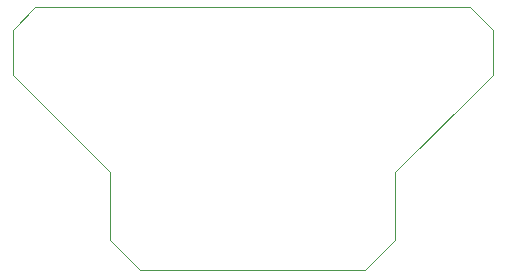
<source format=gbr>
%TF.GenerationSoftware,KiCad,Pcbnew,7.0.5*%
%TF.CreationDate,2024-03-06T11:24:05-05:00*%
%TF.ProjectId,commapogo_fem,636f6d6d-6170-46f6-976f-5f66656d2e6b,rev?*%
%TF.SameCoordinates,Original*%
%TF.FileFunction,Profile,NP*%
%FSLAX46Y46*%
G04 Gerber Fmt 4.6, Leading zero omitted, Abs format (unit mm)*
G04 Created by KiCad (PCBNEW 7.0.5) date 2024-03-06 11:24:05*
%MOMM*%
%LPD*%
G01*
G04 APERTURE LIST*
%TA.AperFunction,Profile*%
%ADD10C,0.100000*%
%TD*%
G04 APERTURE END LIST*
D10*
X18415000Y10160000D02*
X20320000Y8255000D01*
X20320000Y8255000D02*
X20320000Y4445000D01*
X0Y10160000D02*
X18415000Y10160000D01*
X-18415000Y10160000D02*
X0Y10160000D01*
X-20320000Y4445000D02*
X-20320000Y8255000D01*
X20320000Y4445000D02*
X19050000Y3175000D01*
X-20320000Y8255000D02*
X-18415000Y10160000D01*
X-12065000Y-3810000D02*
X-12065000Y-9525000D01*
X19050000Y3175000D02*
X12065000Y-3810000D01*
X12065000Y-3810000D02*
X12065000Y-9525000D01*
X0Y-12065000D02*
X-9525000Y-12065000D01*
X-19050000Y3175000D02*
X-20320000Y4445000D01*
X9525000Y-12065000D02*
X0Y-12065000D01*
X-9525000Y-12065000D02*
X-12065000Y-9525000D01*
X-12065000Y-3810000D02*
X-19050000Y3175000D01*
X12065000Y-9525000D02*
X9525000Y-12065000D01*
M02*

</source>
